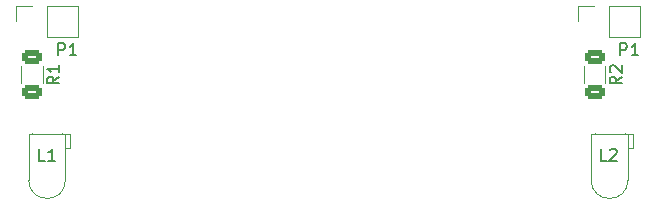
<source format=gbr>
%TF.GenerationSoftware,KiCad,Pcbnew,9.0.1*%
%TF.CreationDate,2025-05-11T16:27:20+09:00*%
%TF.ProjectId,Switch_plate,53776974-6368-45f7-906c-6174652e6b69,rev?*%
%TF.SameCoordinates,Original*%
%TF.FileFunction,Legend,Top*%
%TF.FilePolarity,Positive*%
%FSLAX46Y46*%
G04 Gerber Fmt 4.6, Leading zero omitted, Abs format (unit mm)*
G04 Created by KiCad (PCBNEW 9.0.1) date 2025-05-11 16:27:20*
%MOMM*%
%LPD*%
G01*
G04 APERTURE LIST*
G04 Aperture macros list*
%AMRoundRect*
0 Rectangle with rounded corners*
0 $1 Rounding radius*
0 $2 $3 $4 $5 $6 $7 $8 $9 X,Y pos of 4 corners*
0 Add a 4 corners polygon primitive as box body*
4,1,4,$2,$3,$4,$5,$6,$7,$8,$9,$2,$3,0*
0 Add four circle primitives for the rounded corners*
1,1,$1+$1,$2,$3*
1,1,$1+$1,$4,$5*
1,1,$1+$1,$6,$7*
1,1,$1+$1,$8,$9*
0 Add four rect primitives between the rounded corners*
20,1,$1+$1,$2,$3,$4,$5,0*
20,1,$1+$1,$4,$5,$6,$7,0*
20,1,$1+$1,$6,$7,$8,$9,0*
20,1,$1+$1,$8,$9,$2,$3,0*%
G04 Aperture macros list end*
%ADD10C,0.150000*%
%ADD11C,0.120000*%
%ADD12O,2.000000X15.900000*%
%ADD13O,15.900000X2.000000*%
%ADD14C,2.200000*%
%ADD15RoundRect,0.250000X-0.625000X0.312500X-0.625000X-0.312500X0.625000X-0.312500X0.625000X0.312500X0*%
%ADD16R,1.700000X1.700000*%
%ADD17C,1.700000*%
%ADD18R,1.800000X1.800000*%
%ADD19C,1.800000*%
G04 APERTURE END LIST*
D10*
X167781833Y-146341790D02*
X167305642Y-146675123D01*
X167781833Y-146913218D02*
X166781833Y-146913218D01*
X166781833Y-146913218D02*
X166781833Y-146532266D01*
X166781833Y-146532266D02*
X166829452Y-146437028D01*
X166829452Y-146437028D02*
X166877071Y-146389409D01*
X166877071Y-146389409D02*
X166972309Y-146341790D01*
X166972309Y-146341790D02*
X167115166Y-146341790D01*
X167115166Y-146341790D02*
X167210404Y-146389409D01*
X167210404Y-146389409D02*
X167258023Y-146437028D01*
X167258023Y-146437028D02*
X167305642Y-146532266D01*
X167305642Y-146532266D02*
X167305642Y-146913218D01*
X166877071Y-145960837D02*
X166829452Y-145913218D01*
X166829452Y-145913218D02*
X166781833Y-145817980D01*
X166781833Y-145817980D02*
X166781833Y-145579885D01*
X166781833Y-145579885D02*
X166829452Y-145484647D01*
X166829452Y-145484647D02*
X166877071Y-145437028D01*
X166877071Y-145437028D02*
X166972309Y-145389409D01*
X166972309Y-145389409D02*
X167067547Y-145389409D01*
X167067547Y-145389409D02*
X167210404Y-145437028D01*
X167210404Y-145437028D02*
X167781833Y-146008456D01*
X167781833Y-146008456D02*
X167781833Y-145389409D01*
X120156793Y-146341790D02*
X119680602Y-146675123D01*
X120156793Y-146913218D02*
X119156793Y-146913218D01*
X119156793Y-146913218D02*
X119156793Y-146532266D01*
X119156793Y-146532266D02*
X119204412Y-146437028D01*
X119204412Y-146437028D02*
X119252031Y-146389409D01*
X119252031Y-146389409D02*
X119347269Y-146341790D01*
X119347269Y-146341790D02*
X119490126Y-146341790D01*
X119490126Y-146341790D02*
X119585364Y-146389409D01*
X119585364Y-146389409D02*
X119632983Y-146437028D01*
X119632983Y-146437028D02*
X119680602Y-146532266D01*
X119680602Y-146532266D02*
X119680602Y-146913218D01*
X120156793Y-145389409D02*
X120156793Y-145960837D01*
X120156793Y-145675123D02*
X119156793Y-145675123D01*
X119156793Y-145675123D02*
X119299650Y-145770361D01*
X119299650Y-145770361D02*
X119394888Y-145865599D01*
X119394888Y-145865599D02*
X119442507Y-145960837D01*
X120110444Y-144520565D02*
X120110444Y-143520565D01*
X120110444Y-143520565D02*
X120491396Y-143520565D01*
X120491396Y-143520565D02*
X120586634Y-143568184D01*
X120586634Y-143568184D02*
X120634253Y-143615803D01*
X120634253Y-143615803D02*
X120681872Y-143711041D01*
X120681872Y-143711041D02*
X120681872Y-143853898D01*
X120681872Y-143853898D02*
X120634253Y-143949136D01*
X120634253Y-143949136D02*
X120586634Y-143996755D01*
X120586634Y-143996755D02*
X120491396Y-144044374D01*
X120491396Y-144044374D02*
X120110444Y-144044374D01*
X121634253Y-144520565D02*
X121062825Y-144520565D01*
X121348539Y-144520565D02*
X121348539Y-143520565D01*
X121348539Y-143520565D02*
X121253301Y-143663422D01*
X121253301Y-143663422D02*
X121158063Y-143758660D01*
X121158063Y-143758660D02*
X121062825Y-143806279D01*
X167676110Y-144520565D02*
X167676110Y-143520565D01*
X167676110Y-143520565D02*
X168057062Y-143520565D01*
X168057062Y-143520565D02*
X168152300Y-143568184D01*
X168152300Y-143568184D02*
X168199919Y-143615803D01*
X168199919Y-143615803D02*
X168247538Y-143711041D01*
X168247538Y-143711041D02*
X168247538Y-143853898D01*
X168247538Y-143853898D02*
X168199919Y-143949136D01*
X168199919Y-143949136D02*
X168152300Y-143996755D01*
X168152300Y-143996755D02*
X168057062Y-144044374D01*
X168057062Y-144044374D02*
X167676110Y-144044374D01*
X169199919Y-144520565D02*
X168628491Y-144520565D01*
X168914205Y-144520565D02*
X168914205Y-143520565D01*
X168914205Y-143520565D02*
X168818967Y-143663422D01*
X168818967Y-143663422D02*
X168723729Y-143758660D01*
X168723729Y-143758660D02*
X168628491Y-143806279D01*
X118975307Y-153450260D02*
X118499117Y-153450260D01*
X118499117Y-153450260D02*
X118499117Y-152450260D01*
X119832450Y-153450260D02*
X119261022Y-153450260D01*
X119546736Y-153450260D02*
X119546736Y-152450260D01*
X119546736Y-152450260D02*
X119451498Y-152593117D01*
X119451498Y-152593117D02*
X119356260Y-152688355D01*
X119356260Y-152688355D02*
X119261022Y-152735974D01*
X166520973Y-153450260D02*
X166044783Y-153450260D01*
X166044783Y-153450260D02*
X166044783Y-152450260D01*
X166806688Y-152545498D02*
X166854307Y-152497879D01*
X166854307Y-152497879D02*
X166949545Y-152450260D01*
X166949545Y-152450260D02*
X167187640Y-152450260D01*
X167187640Y-152450260D02*
X167282878Y-152497879D01*
X167282878Y-152497879D02*
X167330497Y-152545498D01*
X167330497Y-152545498D02*
X167378116Y-152640736D01*
X167378116Y-152640736D02*
X167378116Y-152735974D01*
X167378116Y-152735974D02*
X167330497Y-152878831D01*
X167330497Y-152878831D02*
X166759069Y-153450260D01*
X166759069Y-153450260D02*
X167378116Y-153450260D01*
D11*
%TO.C,R2*%
X164587014Y-145448060D02*
X164587014Y-146902188D01*
X166407014Y-145448060D02*
X166407014Y-146902188D01*
%TO.C,R1*%
X116961974Y-145448060D02*
X116961974Y-146902188D01*
X118781974Y-145448060D02*
X118781974Y-146902188D01*
%TO.C,P1*%
X116541974Y-140329494D02*
X117871974Y-140329494D01*
X116541974Y-141659494D02*
X116541974Y-140329494D01*
X119141974Y-140329494D02*
X121741974Y-140329494D01*
X119141974Y-142989494D02*
X119141974Y-140329494D01*
X119141974Y-142989494D02*
X121741974Y-142989494D01*
X121741974Y-142989494D02*
X121741974Y-140329494D01*
X164107640Y-140329494D02*
X165437640Y-140329494D01*
X164107640Y-141659494D02*
X164107640Y-140329494D01*
X166707640Y-140329494D02*
X169307640Y-140329494D01*
X166707640Y-142989494D02*
X166707640Y-140329494D01*
X166707640Y-142989494D02*
X169307640Y-142989494D01*
X169307640Y-142989494D02*
X169307640Y-140329494D01*
%TO.C,L1*%
X117581974Y-151228876D02*
X117581974Y-155088876D01*
X117581974Y-151228876D02*
X120701974Y-151228876D01*
X117871974Y-151098876D02*
X117871974Y-151098876D01*
X117871974Y-151098876D02*
X117871974Y-151228876D01*
X117871974Y-151228876D02*
X117871974Y-151098876D01*
X117871974Y-151228876D02*
X117871974Y-151228876D01*
X120411974Y-151098876D02*
X120411974Y-151098876D01*
X120411974Y-151098876D02*
X120411974Y-151228876D01*
X120411974Y-151228876D02*
X120411974Y-151098876D01*
X120411974Y-151228876D02*
X120411974Y-151228876D01*
X120701974Y-151228876D02*
X120701974Y-155088876D01*
X120701974Y-151228876D02*
X121101974Y-151228876D01*
X120701974Y-152348876D02*
X120701974Y-151228876D01*
X121101974Y-151228876D02*
X121101974Y-152348876D01*
X121101974Y-152348876D02*
X120701974Y-152348876D01*
X120701974Y-155088876D02*
G75*
G02*
X117581974Y-155088876I-1560000J0D01*
G01*
%TO.C,L2*%
X165207014Y-151228876D02*
X165207014Y-155088876D01*
X165207014Y-151228876D02*
X168327014Y-151228876D01*
X165497014Y-151098876D02*
X165497014Y-151098876D01*
X165497014Y-151098876D02*
X165497014Y-151228876D01*
X165497014Y-151228876D02*
X165497014Y-151098876D01*
X165497014Y-151228876D02*
X165497014Y-151228876D01*
X168037014Y-151098876D02*
X168037014Y-151098876D01*
X168037014Y-151098876D02*
X168037014Y-151228876D01*
X168037014Y-151228876D02*
X168037014Y-151098876D01*
X168037014Y-151228876D02*
X168037014Y-151228876D01*
X168327014Y-151228876D02*
X168327014Y-155088876D01*
X168327014Y-151228876D02*
X168727014Y-151228876D01*
X168327014Y-152348876D02*
X168327014Y-151228876D01*
X168727014Y-151228876D02*
X168727014Y-152348876D01*
X168727014Y-152348876D02*
X168327014Y-152348876D01*
X168327014Y-155088876D02*
G75*
G02*
X165207014Y-155088876I-1560000J0D01*
G01*
%TD*%
%LPC*%
D12*
%TO.C,SW51*%
X221650000Y-90487500D03*
D13*
X228600000Y-83537500D03*
X228600000Y-97437500D03*
D12*
X235550000Y-90487500D03*
%TD*%
%TO.C,SW56*%
X240700000Y-90487500D03*
D13*
X247650000Y-83537500D03*
X247650000Y-97437500D03*
D12*
X254600000Y-90487500D03*
%TD*%
%TO.C,SW35*%
X164500000Y-71437500D03*
D13*
X171450000Y-64487500D03*
X171450000Y-78387500D03*
D12*
X178400000Y-71437500D03*
%TD*%
D14*
%TO.C,Ref\u002A\u002A*%
X142875000Y-119062500D03*
%TD*%
D12*
%TO.C,SW33*%
X145450000Y-128587500D03*
D13*
X152400000Y-121637500D03*
X152400000Y-135537500D03*
D12*
X159350000Y-128587500D03*
%TD*%
%TO.C,SW48*%
X202600000Y-128587500D03*
D13*
X209550000Y-121637500D03*
X209550000Y-135537500D03*
D12*
X216500000Y-128587500D03*
%TD*%
D14*
%TO.C,Ref\u002A\u002A*%
X47625000Y-119062500D03*
%TD*%
D12*
%TO.C,SW23*%
X107350000Y-128587500D03*
D13*
X114300000Y-121637500D03*
X114300000Y-135537500D03*
D12*
X121250000Y-128587500D03*
%TD*%
%TO.C,SW32*%
X145450000Y-109537500D03*
D13*
X152400000Y-102587500D03*
X152400000Y-116487500D03*
D12*
X159350000Y-109537500D03*
%TD*%
%TO.C,SW49*%
X212125000Y-147637500D03*
D13*
X219075000Y-140687500D03*
X219075000Y-154587500D03*
D12*
X226025000Y-147637500D03*
%TD*%
%TO.C,SW40*%
X183550000Y-71437500D03*
D13*
X190500000Y-64487500D03*
X190500000Y-78387500D03*
D12*
X197450000Y-71437500D03*
%TD*%
%TO.C,SW47*%
X202600000Y-109537500D03*
D13*
X209550000Y-102587500D03*
X209550000Y-116487500D03*
D12*
X216500000Y-109537500D03*
%TD*%
%TO.C,SW18*%
X88300000Y-128587500D03*
D13*
X95250000Y-121637500D03*
X95250000Y-135537500D03*
D12*
X102200000Y-128587500D03*
%TD*%
%TO.C,SW53*%
X221650000Y-128587500D03*
D13*
X228600000Y-121637500D03*
X228600000Y-135537500D03*
D12*
X235550000Y-128587500D03*
%TD*%
%TO.C,SW19*%
X78775000Y-147637500D03*
D13*
X85725000Y-140687500D03*
X85725000Y-154587500D03*
D12*
X92675000Y-147637500D03*
%TD*%
%TO.C,SW7*%
X50200000Y-109537500D03*
D13*
X57150000Y-102587500D03*
X57150000Y-116487500D03*
D12*
X64100000Y-109537500D03*
%TD*%
%TO.C,SW9*%
X40675000Y-147637500D03*
D13*
X47625000Y-140687500D03*
X47625000Y-154587500D03*
D12*
X54575000Y-147637500D03*
%TD*%
%TO.C,SW14*%
X59725000Y-147637500D03*
D13*
X66675000Y-140687500D03*
X66675000Y-154587500D03*
D12*
X73625000Y-147637500D03*
%TD*%
%TO.C,SW42*%
X183550000Y-109537500D03*
D13*
X190500000Y-102587500D03*
X190500000Y-116487500D03*
D12*
X197450000Y-109537500D03*
%TD*%
%TO.C,SW52*%
X221650000Y-109537500D03*
D13*
X228600000Y-102587500D03*
X228600000Y-116487500D03*
D12*
X235550000Y-109537500D03*
%TD*%
%TO.C,SW44*%
X193075000Y-147637500D03*
D13*
X200025000Y-140687500D03*
X200025000Y-154587500D03*
D12*
X206975000Y-147637500D03*
%TD*%
%TO.C,SW21*%
X107350000Y-90487500D03*
D13*
X114300000Y-83537500D03*
X114300000Y-97437500D03*
D12*
X121250000Y-90487500D03*
%TD*%
%TO.C,SW24*%
X100206300Y-147637500D03*
D13*
X107156300Y-140687500D03*
X107156300Y-154587500D03*
D12*
X114106300Y-147637500D03*
%TD*%
%TO.C,SW12*%
X69250000Y-109537500D03*
D13*
X76200000Y-102587500D03*
X76200000Y-116487500D03*
D12*
X83150000Y-109537500D03*
%TD*%
%TO.C,SW10*%
X69250000Y-71437500D03*
D13*
X76200000Y-64487500D03*
X76200000Y-78387500D03*
D12*
X83150000Y-71437500D03*
%TD*%
%TO.C,SW37*%
X164500000Y-109537500D03*
D13*
X171450000Y-102587500D03*
X171450000Y-116487500D03*
D12*
X178400000Y-109537500D03*
%TD*%
%TO.C,SW25*%
X126400000Y-71437500D03*
D13*
X133350000Y-64487500D03*
X133350000Y-78387500D03*
D12*
X140300000Y-71437500D03*
%TD*%
D15*
%TO.C,R2*%
X165497014Y-144712624D03*
X165497014Y-147637624D03*
%TD*%
D12*
%TO.C,SW38*%
X164500000Y-128587500D03*
D13*
X171450000Y-121637500D03*
X171450000Y-135537500D03*
D12*
X178400000Y-128587500D03*
%TD*%
%TO.C,SW11*%
X69250000Y-90487500D03*
D13*
X76200000Y-83537500D03*
X76200000Y-97437500D03*
D12*
X83150000Y-90487500D03*
%TD*%
%TO.C,SW58*%
X240700000Y-128587500D03*
D13*
X247650000Y-121637500D03*
X247650000Y-135537500D03*
D12*
X254600000Y-128587500D03*
%TD*%
D15*
%TO.C,R1*%
X117871974Y-144712624D03*
X117871974Y-147637624D03*
%TD*%
D16*
%TO.C,P1*%
X117871974Y-141659494D03*
D17*
X120411974Y-141659494D03*
%TD*%
D12*
%TO.C,SW55*%
X240700000Y-71437500D03*
D13*
X247650000Y-64487500D03*
X247650000Y-78387500D03*
D12*
X254600000Y-71437500D03*
%TD*%
D14*
%TO.C,Ref\u002A\u002A*%
X96440706Y-141089181D03*
%TD*%
D16*
%TO.C,P1*%
X165437640Y-141659494D03*
D17*
X167977640Y-141659494D03*
%TD*%
D12*
%TO.C,SW39*%
X171643800Y-147637500D03*
D13*
X178593800Y-140687500D03*
X178593800Y-154587500D03*
D12*
X185543800Y-147637500D03*
%TD*%
D18*
%TO.C,L1*%
X117871974Y-150018876D03*
D19*
X120411974Y-150018876D03*
%TD*%
D14*
%TO.C,Ref\u002A\u002A*%
X142875000Y-147637500D03*
%TD*%
D12*
%TO.C,SW13*%
X69250000Y-128587500D03*
D13*
X76200000Y-121637500D03*
X76200000Y-135537500D03*
D12*
X83150000Y-128587500D03*
%TD*%
%TO.C,SW29*%
X124018800Y-147637500D03*
D13*
X130968800Y-140687500D03*
X130968800Y-154587500D03*
D12*
X137918800Y-147637500D03*
%TD*%
%TO.C,SW54*%
X231175000Y-147637500D03*
D13*
X238125000Y-140687500D03*
X238125000Y-154587500D03*
D12*
X245075000Y-147637500D03*
%TD*%
%TO.C,SW57*%
X240700000Y-109537500D03*
D13*
X247650000Y-102587500D03*
X247650000Y-116487500D03*
D12*
X254600000Y-109537500D03*
%TD*%
%TO.C,SW22*%
X107350000Y-109537500D03*
D13*
X114300000Y-102587500D03*
X114300000Y-116487500D03*
D12*
X121250000Y-109537500D03*
%TD*%
D14*
%TO.C,Ref\u002A\u002A*%
X104775000Y-119062500D03*
%TD*%
%TO.C,Ref\u002A\u002A*%
X238125000Y-119062500D03*
%TD*%
D12*
%TO.C,SW46*%
X202600000Y-90487500D03*
D13*
X209550000Y-83537500D03*
X209550000Y-97437500D03*
D12*
X216500000Y-90487500D03*
%TD*%
%TO.C,SW5*%
X50200000Y-71437500D03*
D13*
X57150000Y-64487500D03*
X57150000Y-78387500D03*
D12*
X64100000Y-71437500D03*
%TD*%
%TO.C,SW31*%
X145450000Y-90487500D03*
D13*
X152400000Y-83537500D03*
X152400000Y-97437500D03*
D12*
X159350000Y-90487500D03*
%TD*%
%TO.C,SW17*%
X88300000Y-109537500D03*
D13*
X95250000Y-102587500D03*
X95250000Y-116487500D03*
D12*
X102200000Y-109537500D03*
%TD*%
%TO.C,SW2*%
X31150000Y-90487500D03*
D13*
X38100000Y-83537500D03*
X38100000Y-97437500D03*
D12*
X45050000Y-90487500D03*
%TD*%
%TO.C,SW16*%
X88300000Y-90487500D03*
D13*
X95250000Y-83537500D03*
X95250000Y-97437500D03*
D12*
X102200000Y-90487500D03*
%TD*%
%TO.C,SW3*%
X31150000Y-109537500D03*
D13*
X38100000Y-102587500D03*
X38100000Y-116487500D03*
D12*
X45050000Y-109537500D03*
%TD*%
D14*
%TO.C,Ref\u002A\u002A*%
X104775000Y-80962500D03*
%TD*%
D12*
%TO.C,SW36*%
X164500000Y-90487500D03*
D13*
X171450000Y-83537500D03*
X171450000Y-97437500D03*
D12*
X178400000Y-90487500D03*
%TD*%
%TO.C,SW1*%
X31150000Y-71437500D03*
D13*
X38100000Y-64487500D03*
X38100000Y-78387500D03*
D12*
X45050000Y-71437500D03*
%TD*%
D14*
%TO.C,Ref\u002A\u002A*%
X180975000Y-80962500D03*
%TD*%
D12*
%TO.C,SW26*%
X126400000Y-90487500D03*
D13*
X133350000Y-83537500D03*
X133350000Y-97437500D03*
D12*
X140300000Y-90487500D03*
%TD*%
%TO.C,SW28*%
X126400000Y-128587500D03*
D13*
X133350000Y-121637500D03*
X133350000Y-135537500D03*
D12*
X140300000Y-128587500D03*
%TD*%
%TO.C,SW15*%
X88300000Y-71437500D03*
D13*
X95250000Y-64487500D03*
X95250000Y-78387500D03*
D12*
X102200000Y-71437500D03*
%TD*%
%TO.C,SW45*%
X202600000Y-71437500D03*
D13*
X209550000Y-64487500D03*
X209550000Y-78387500D03*
D12*
X216500000Y-71437500D03*
%TD*%
%TO.C,SW30*%
X145450000Y-71437500D03*
D13*
X152400000Y-64487500D03*
X152400000Y-78387500D03*
D12*
X159350000Y-71437500D03*
%TD*%
D14*
%TO.C,Ref\u002A\u002A*%
X180975000Y-119062500D03*
%TD*%
D12*
%TO.C,SW50*%
X221650000Y-71437500D03*
D13*
X228600000Y-64487500D03*
X228600000Y-78387500D03*
D12*
X235550000Y-71437500D03*
%TD*%
%TO.C,SW41*%
X183550000Y-90487500D03*
D13*
X190500000Y-83537500D03*
X190500000Y-97437500D03*
D12*
X197450000Y-90487500D03*
%TD*%
%TO.C,SW8*%
X50200000Y-128587500D03*
D13*
X57150000Y-121637500D03*
X57150000Y-135537500D03*
D12*
X64100000Y-128587500D03*
%TD*%
%TO.C,SW20*%
X107350000Y-71437500D03*
D13*
X114300000Y-64487500D03*
X114300000Y-78387500D03*
D12*
X121250000Y-71437500D03*
%TD*%
D14*
%TO.C,Ref\u002A\u002A*%
X142875000Y-80962500D03*
%TD*%
D12*
%TO.C,SW34*%
X147831300Y-147637500D03*
D13*
X154781300Y-140687500D03*
X154781300Y-154587500D03*
D12*
X161731300Y-147637500D03*
%TD*%
%TO.C,SW43*%
X183550000Y-128587500D03*
D13*
X190500000Y-121637500D03*
X190500000Y-135537500D03*
D12*
X197450000Y-128587500D03*
%TD*%
%TO.C,SW6*%
X50200000Y-90487500D03*
D13*
X57150000Y-83537500D03*
X57150000Y-97437500D03*
D12*
X64100000Y-90487500D03*
%TD*%
D14*
%TO.C,Ref\u002A\u002A*%
X238125000Y-80962500D03*
%TD*%
%TO.C,Ref\u002A\u002A*%
X47625000Y-80962500D03*
%TD*%
%TO.C,Ref\u002A\u002A*%
X189309534Y-141089181D03*
%TD*%
D12*
%TO.C,SW4*%
X31150000Y-128587500D03*
D13*
X38100000Y-121637500D03*
X38100000Y-135537500D03*
D12*
X45050000Y-128587500D03*
%TD*%
D18*
%TO.C,L2*%
X165497014Y-150018876D03*
D19*
X168037014Y-150018876D03*
%TD*%
D12*
%TO.C,SW27*%
X126400000Y-109537500D03*
D13*
X133350000Y-102587500D03*
X133350000Y-116487500D03*
D12*
X140300000Y-109537500D03*
%TD*%
%LPD*%
M02*

</source>
